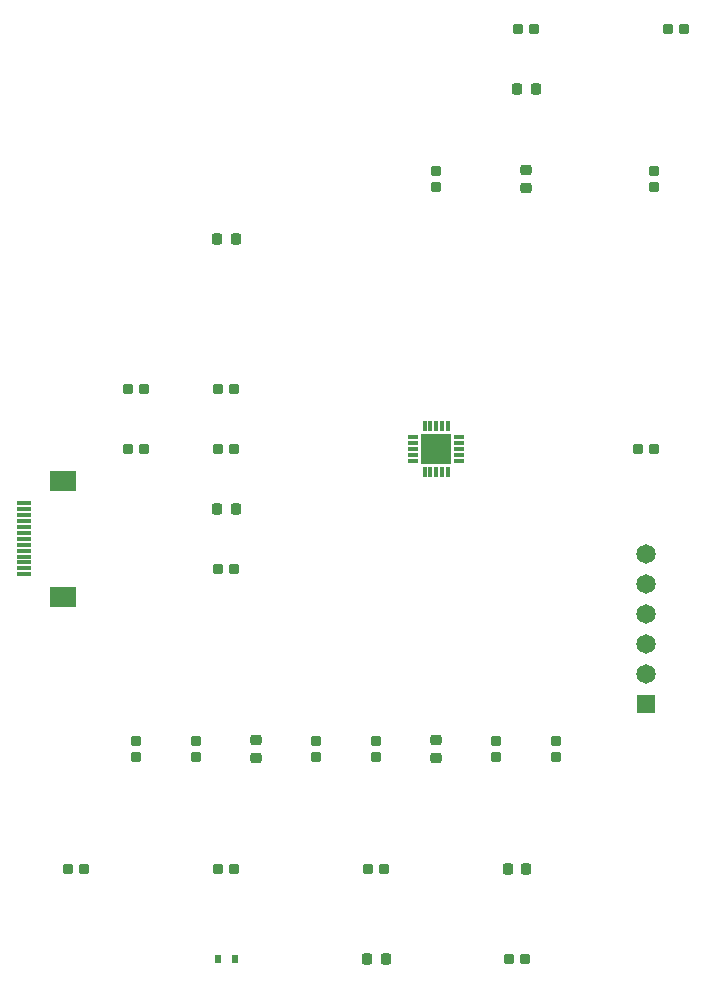
<source format=gbr>
%TF.GenerationSoftware,KiCad,Pcbnew,(6.0.7)*%
%TF.CreationDate,2022-08-17T17:24:52+08:00*%
%TF.ProjectId,asdfgg,61736466-6767-42e6-9b69-6361645f7063,rev?*%
%TF.SameCoordinates,Original*%
%TF.FileFunction,Soldermask,Top*%
%TF.FilePolarity,Negative*%
%FSLAX46Y46*%
G04 Gerber Fmt 4.6, Leading zero omitted, Abs format (unit mm)*
G04 Created by KiCad (PCBNEW (6.0.7)) date 2022-08-17 17:24:52*
%MOMM*%
%LPD*%
G01*
G04 APERTURE LIST*
G04 Aperture macros list*
%AMRoundRect*
0 Rectangle with rounded corners*
0 $1 Rounding radius*
0 $2 $3 $4 $5 $6 $7 $8 $9 X,Y pos of 4 corners*
0 Add a 4 corners polygon primitive as box body*
4,1,4,$2,$3,$4,$5,$6,$7,$8,$9,$2,$3,0*
0 Add four circle primitives for the rounded corners*
1,1,$1+$1,$2,$3*
1,1,$1+$1,$4,$5*
1,1,$1+$1,$6,$7*
1,1,$1+$1,$8,$9*
0 Add four rect primitives between the rounded corners*
20,1,$1+$1,$2,$3,$4,$5,0*
20,1,$1+$1,$4,$5,$6,$7,0*
20,1,$1+$1,$6,$7,$8,$9,0*
20,1,$1+$1,$8,$9,$2,$3,0*%
G04 Aperture macros list end*
%ADD10RoundRect,0.212500X-0.212500X-0.217500X0.212500X-0.217500X0.212500X0.217500X-0.212500X0.217500X0*%
%ADD11RoundRect,0.218750X0.218750X0.256250X-0.218750X0.256250X-0.218750X-0.256250X0.218750X-0.256250X0*%
%ADD12RoundRect,0.218750X0.256250X-0.218750X0.256250X0.218750X-0.256250X0.218750X-0.256250X-0.218750X0*%
%ADD13RoundRect,0.212500X0.217500X-0.212500X0.217500X0.212500X-0.217500X0.212500X-0.217500X-0.212500X0*%
%ADD14RoundRect,0.218750X-0.218750X-0.256250X0.218750X-0.256250X0.218750X0.256250X-0.218750X0.256250X0*%
%ADD15R,1.300000X0.300000*%
%ADD16R,2.200000X1.800000*%
%ADD17R,0.600000X0.700000*%
%ADD18RoundRect,0.212500X-0.217500X0.212500X-0.217500X-0.212500X0.217500X-0.212500X0.217500X0.212500X0*%
%ADD19RoundRect,0.212500X0.212500X0.217500X-0.212500X0.217500X-0.212500X-0.217500X0.212500X-0.217500X0*%
%ADD20R,0.850000X0.300000*%
%ADD21R,0.300000X0.850000*%
%ADD22R,2.650000X2.650000*%
%ADD23R,1.650000X1.650000*%
%ADD24C,1.650000*%
%ADD25RoundRect,0.218750X-0.256250X0.218750X-0.256250X-0.218750X0.256250X-0.218750X0.256250X0.218750X0*%
G04 APERTURE END LIST*
D10*
%TO.C,R19*%
X177120000Y-76200000D03*
X178480000Y-76200000D03*
%TD*%
D11*
%TO.C,C2*%
X140487500Y-116840000D03*
X138912500Y-116840000D03*
%TD*%
D10*
%TO.C,R11*%
X126320000Y-147320000D03*
X127680000Y-147320000D03*
%TD*%
%TO.C,R13*%
X139020000Y-147320000D03*
X140380000Y-147320000D03*
%TD*%
D12*
%TO.C,C3*%
X157480000Y-137947500D03*
X157480000Y-136372500D03*
%TD*%
D13*
%TO.C,R20*%
X175940000Y-89580000D03*
X175940000Y-88220000D03*
%TD*%
D14*
%TO.C,C1*%
X163525000Y-147320000D03*
X165100000Y-147320000D03*
%TD*%
%TO.C,C7*%
X164312500Y-81280000D03*
X165887500Y-81280000D03*
%TD*%
D10*
%TO.C,R3*%
X139020000Y-106680000D03*
X140380000Y-106680000D03*
%TD*%
D15*
%TO.C,JP1*%
X122610000Y-122380000D03*
X122610000Y-121880000D03*
X122610000Y-121380000D03*
X122610000Y-120880000D03*
X122610000Y-120380000D03*
X122610000Y-119880000D03*
X122610000Y-119380000D03*
X122610000Y-118880000D03*
X122610000Y-118380000D03*
X122610000Y-117880000D03*
X122610000Y-117380000D03*
X122610000Y-116880000D03*
X122610000Y-116380000D03*
D16*
X125860000Y-124280000D03*
X125860000Y-114480000D03*
%TD*%
D14*
%TO.C,D1*%
X151612500Y-154940000D03*
X153187500Y-154940000D03*
%TD*%
D17*
%TO.C,D2*%
X139000000Y-154940000D03*
X140400000Y-154940000D03*
%TD*%
D18*
%TO.C,R8*%
X162560000Y-136480000D03*
X162560000Y-137840000D03*
%TD*%
D10*
%TO.C,R1*%
X131400000Y-106680000D03*
X132760000Y-106680000D03*
%TD*%
D12*
%TO.C,C5*%
X165100000Y-89687500D03*
X165100000Y-88112500D03*
%TD*%
D18*
%TO.C,R9*%
X167640000Y-136480000D03*
X167640000Y-137840000D03*
%TD*%
D10*
%TO.C,R14*%
X164420000Y-76200000D03*
X165780000Y-76200000D03*
%TD*%
%TO.C,R5*%
X139020000Y-121920000D03*
X140380000Y-121920000D03*
%TD*%
D19*
%TO.C,R15*%
X175940000Y-111760000D03*
X174580000Y-111760000D03*
%TD*%
%TO.C,R4*%
X140380000Y-111760000D03*
X139020000Y-111760000D03*
%TD*%
D20*
%TO.C,U1*%
X155530000Y-110760000D03*
X155530000Y-111260000D03*
X155530000Y-111760000D03*
X155530000Y-112260000D03*
X155530000Y-112760000D03*
D21*
X156480000Y-113710000D03*
X156980000Y-113710000D03*
X157480000Y-113710000D03*
X157980000Y-113710000D03*
X158480000Y-113710000D03*
D20*
X159430000Y-112760000D03*
X159430000Y-112260000D03*
X159430000Y-111760000D03*
X159430000Y-111260000D03*
X159430000Y-110760000D03*
D21*
X158480000Y-109810000D03*
X157980000Y-109810000D03*
X157480000Y-109810000D03*
X156980000Y-109810000D03*
X156480000Y-109810000D03*
D22*
X157480000Y-111760000D03*
%TD*%
D13*
%TO.C,R7*%
X152400000Y-137840000D03*
X152400000Y-136480000D03*
%TD*%
D23*
%TO.C,JP2*%
X175260000Y-133350000D03*
D24*
X175260000Y-130810000D03*
X175260000Y-128270000D03*
X175260000Y-125730000D03*
X175260000Y-123190000D03*
X175260000Y-120650000D03*
%TD*%
D19*
%TO.C,R6*%
X153080000Y-147320000D03*
X151720000Y-147320000D03*
%TD*%
D13*
%TO.C,R17*%
X132080000Y-137840000D03*
X132080000Y-136480000D03*
%TD*%
%TO.C,R10*%
X157480000Y-89580000D03*
X157480000Y-88220000D03*
%TD*%
D25*
%TO.C,C6*%
X142240000Y-136372500D03*
X142240000Y-137947500D03*
%TD*%
D10*
%TO.C,R2*%
X131400000Y-111760000D03*
X132760000Y-111760000D03*
%TD*%
D14*
%TO.C,C4*%
X138912500Y-93980000D03*
X140487500Y-93980000D03*
%TD*%
D13*
%TO.C,R18*%
X137160000Y-137840000D03*
X137160000Y-136480000D03*
%TD*%
D19*
%TO.C,R16*%
X164992500Y-154940000D03*
X163632500Y-154940000D03*
%TD*%
D18*
%TO.C,R12*%
X147320000Y-136480000D03*
X147320000Y-137840000D03*
%TD*%
M02*

</source>
